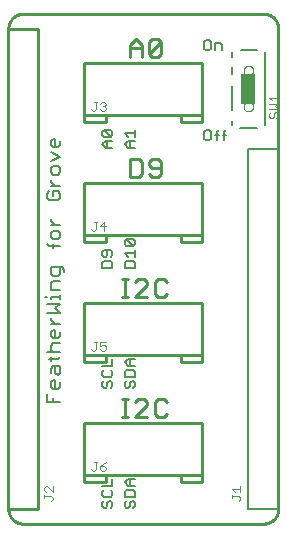
<source format=gto>
G75*
%MOIN*%
%OFA0B0*%
%FSLAX25Y25*%
%IPPOS*%
%LPD*%
%AMOC8*
5,1,8,0,0,1.08239X$1,22.5*
%
%ADD10C,0.01100*%
%ADD11C,0.00600*%
%ADD12C,0.00800*%
%ADD13C,0.01000*%
%ADD14C,0.00500*%
%ADD15C,0.00400*%
%ADD16R,0.05000X0.10000*%
%ADD17C,0.00000*%
D10*
X0039550Y0037050D02*
X0041518Y0037050D01*
X0040534Y0037050D02*
X0040534Y0042955D01*
X0039550Y0042955D02*
X0041518Y0042955D01*
X0043847Y0041971D02*
X0044831Y0042955D01*
X0046800Y0042955D01*
X0047784Y0041971D01*
X0047784Y0040987D01*
X0043847Y0037050D01*
X0047784Y0037050D01*
X0050292Y0038034D02*
X0050292Y0041971D01*
X0051277Y0042955D01*
X0053245Y0042955D01*
X0054229Y0041971D01*
X0054229Y0038034D02*
X0053245Y0037050D01*
X0051277Y0037050D01*
X0050292Y0038034D01*
X0051277Y0077050D02*
X0053245Y0077050D01*
X0054229Y0078034D01*
X0054229Y0081971D02*
X0053245Y0082955D01*
X0051277Y0082955D01*
X0050292Y0081971D01*
X0050292Y0078034D01*
X0051277Y0077050D01*
X0047784Y0077050D02*
X0043847Y0077050D01*
X0047784Y0080987D01*
X0047784Y0081971D01*
X0046800Y0082955D01*
X0044831Y0082955D01*
X0043847Y0081971D01*
X0041518Y0082955D02*
X0039550Y0082955D01*
X0040534Y0082955D02*
X0040534Y0077050D01*
X0039550Y0077050D02*
X0041518Y0077050D01*
X0042050Y0117050D02*
X0045003Y0117050D01*
X0045987Y0118034D01*
X0045987Y0121971D01*
X0045003Y0122955D01*
X0042050Y0122955D01*
X0042050Y0117050D01*
X0048495Y0118034D02*
X0049480Y0117050D01*
X0051448Y0117050D01*
X0052432Y0118034D01*
X0052432Y0121971D01*
X0051448Y0122955D01*
X0049480Y0122955D01*
X0048495Y0121971D01*
X0048495Y0120987D01*
X0049480Y0120003D01*
X0052432Y0120003D01*
X0051448Y0157050D02*
X0049480Y0157050D01*
X0048495Y0158034D01*
X0052432Y0161971D01*
X0052432Y0158034D01*
X0051448Y0157050D01*
X0048495Y0158034D02*
X0048495Y0161971D01*
X0049480Y0162955D01*
X0051448Y0162955D01*
X0052432Y0161971D01*
X0045987Y0160987D02*
X0045987Y0157050D01*
X0045987Y0160003D02*
X0042050Y0160003D01*
X0042050Y0160987D02*
X0044018Y0162955D01*
X0045987Y0160987D01*
X0042050Y0160987D02*
X0042050Y0157050D01*
D11*
X0043700Y0132752D02*
X0043700Y0130483D01*
X0043700Y0131617D02*
X0040297Y0131617D01*
X0041431Y0130483D01*
X0041431Y0129069D02*
X0043700Y0129069D01*
X0043700Y0126800D02*
X0041431Y0126800D01*
X0040297Y0127934D01*
X0041431Y0129069D01*
X0041999Y0129069D02*
X0041999Y0126800D01*
X0036200Y0126800D02*
X0033931Y0126800D01*
X0032797Y0127934D01*
X0033931Y0129069D01*
X0036200Y0129069D01*
X0035633Y0130483D02*
X0033364Y0132752D01*
X0035633Y0132752D01*
X0036200Y0132185D01*
X0036200Y0131050D01*
X0035633Y0130483D01*
X0033364Y0130483D01*
X0032797Y0131050D01*
X0032797Y0132185D01*
X0033364Y0132752D01*
X0034499Y0129069D02*
X0034499Y0126800D01*
X0040864Y0096435D02*
X0040297Y0095868D01*
X0040297Y0094733D01*
X0040864Y0094166D01*
X0043133Y0094166D01*
X0040864Y0096435D01*
X0043133Y0096435D01*
X0043700Y0095868D01*
X0043700Y0094733D01*
X0043133Y0094166D01*
X0043700Y0092752D02*
X0043700Y0090483D01*
X0043700Y0091617D02*
X0040297Y0091617D01*
X0041431Y0090483D01*
X0040864Y0089069D02*
X0040297Y0088501D01*
X0040297Y0086800D01*
X0043700Y0086800D01*
X0043700Y0088501D01*
X0043133Y0089069D01*
X0040864Y0089069D01*
X0036200Y0088501D02*
X0036200Y0086800D01*
X0032797Y0086800D01*
X0032797Y0088501D01*
X0033364Y0089069D01*
X0035633Y0089069D01*
X0036200Y0088501D01*
X0035633Y0090483D02*
X0036200Y0091050D01*
X0036200Y0092185D01*
X0035633Y0092752D01*
X0033364Y0092752D01*
X0032797Y0092185D01*
X0032797Y0091050D01*
X0033364Y0090483D01*
X0033931Y0090483D01*
X0034499Y0091050D01*
X0034499Y0092752D01*
X0036200Y0056435D02*
X0036200Y0054166D01*
X0032797Y0054166D01*
X0033364Y0052752D02*
X0032797Y0052185D01*
X0032797Y0051050D01*
X0033364Y0050483D01*
X0035633Y0050483D01*
X0036200Y0051050D01*
X0036200Y0052185D01*
X0035633Y0052752D01*
X0035633Y0049069D02*
X0036200Y0048501D01*
X0036200Y0047367D01*
X0035633Y0046800D01*
X0034499Y0047367D02*
X0034499Y0048501D01*
X0035066Y0049069D01*
X0035633Y0049069D01*
X0034499Y0047367D02*
X0033931Y0046800D01*
X0033364Y0046800D01*
X0032797Y0047367D01*
X0032797Y0048501D01*
X0033364Y0049069D01*
X0040297Y0048501D02*
X0040297Y0047367D01*
X0040864Y0046800D01*
X0041431Y0046800D01*
X0041999Y0047367D01*
X0041999Y0048501D01*
X0042566Y0049069D01*
X0043133Y0049069D01*
X0043700Y0048501D01*
X0043700Y0047367D01*
X0043133Y0046800D01*
X0040864Y0049069D02*
X0040297Y0048501D01*
X0040297Y0050483D02*
X0040297Y0052185D01*
X0040864Y0052752D01*
X0043133Y0052752D01*
X0043700Y0052185D01*
X0043700Y0050483D01*
X0040297Y0050483D01*
X0041431Y0054166D02*
X0040297Y0055301D01*
X0041431Y0056435D01*
X0043700Y0056435D01*
X0043700Y0054166D02*
X0041431Y0054166D01*
X0041999Y0054166D02*
X0041999Y0056435D01*
X0041999Y0016435D02*
X0041999Y0014166D01*
X0041431Y0014166D02*
X0040297Y0015301D01*
X0041431Y0016435D01*
X0043700Y0016435D01*
X0043700Y0014166D02*
X0041431Y0014166D01*
X0040864Y0012752D02*
X0040297Y0012185D01*
X0040297Y0010483D01*
X0043700Y0010483D01*
X0043700Y0012185D01*
X0043133Y0012752D01*
X0040864Y0012752D01*
X0040864Y0009069D02*
X0040297Y0008501D01*
X0040297Y0007367D01*
X0040864Y0006800D01*
X0041431Y0006800D01*
X0041999Y0007367D01*
X0041999Y0008501D01*
X0042566Y0009069D01*
X0043133Y0009069D01*
X0043700Y0008501D01*
X0043700Y0007367D01*
X0043133Y0006800D01*
X0036200Y0007367D02*
X0035633Y0006800D01*
X0036200Y0007367D02*
X0036200Y0008501D01*
X0035633Y0009069D01*
X0035066Y0009069D01*
X0034499Y0008501D01*
X0034499Y0007367D01*
X0033931Y0006800D01*
X0033364Y0006800D01*
X0032797Y0007367D01*
X0032797Y0008501D01*
X0033364Y0009069D01*
X0033364Y0010483D02*
X0032797Y0011050D01*
X0032797Y0012185D01*
X0033364Y0012752D01*
X0032797Y0014166D02*
X0036200Y0014166D01*
X0036200Y0016435D01*
X0035633Y0012752D02*
X0036200Y0012185D01*
X0036200Y0011050D01*
X0035633Y0010483D01*
X0033364Y0010483D01*
X0067367Y0129300D02*
X0068501Y0129300D01*
X0069069Y0129867D01*
X0069069Y0132136D01*
X0068501Y0132703D01*
X0067367Y0132703D01*
X0066800Y0132136D01*
X0066800Y0129867D01*
X0067367Y0129300D01*
X0070483Y0131001D02*
X0071617Y0131001D01*
X0071050Y0132136D02*
X0071050Y0129300D01*
X0073506Y0129300D02*
X0073506Y0132136D01*
X0074073Y0132703D01*
X0074073Y0131001D02*
X0072939Y0131001D01*
X0071617Y0132703D02*
X0071050Y0132136D01*
X0070483Y0159300D02*
X0070483Y0161569D01*
X0072185Y0161569D01*
X0072752Y0161001D01*
X0072752Y0159300D01*
X0069069Y0159867D02*
X0069069Y0162136D01*
X0068501Y0162703D01*
X0067367Y0162703D01*
X0066800Y0162136D01*
X0066800Y0159867D01*
X0067367Y0159300D01*
X0068501Y0159300D01*
X0069069Y0159867D01*
D12*
X0019301Y0086905D02*
X0020001Y0086204D01*
X0020001Y0085504D01*
X0019301Y0086905D02*
X0015798Y0086905D01*
X0015798Y0084803D01*
X0016498Y0084103D01*
X0017899Y0084103D01*
X0018600Y0084803D01*
X0018600Y0086905D01*
X0018600Y0082301D02*
X0016498Y0082301D01*
X0015798Y0081601D01*
X0015798Y0079499D01*
X0018600Y0079499D01*
X0018600Y0077831D02*
X0018600Y0076429D01*
X0018600Y0077130D02*
X0015798Y0077130D01*
X0015798Y0076429D01*
X0014396Y0077130D02*
X0013696Y0077130D01*
X0014396Y0074628D02*
X0018600Y0074628D01*
X0017199Y0073227D01*
X0018600Y0071826D01*
X0014396Y0071826D01*
X0015798Y0070091D02*
X0015798Y0069390D01*
X0017199Y0067989D01*
X0018600Y0067989D02*
X0015798Y0067989D01*
X0016498Y0066187D02*
X0017199Y0066187D01*
X0017199Y0063385D01*
X0017899Y0063385D02*
X0016498Y0063385D01*
X0015798Y0064086D01*
X0015798Y0065487D01*
X0016498Y0066187D01*
X0018600Y0065487D02*
X0018600Y0064086D01*
X0017899Y0063385D01*
X0018600Y0061583D02*
X0016498Y0061583D01*
X0015798Y0060883D01*
X0015798Y0059482D01*
X0016498Y0058781D01*
X0015798Y0057113D02*
X0015798Y0055712D01*
X0015097Y0056412D02*
X0017899Y0056412D01*
X0018600Y0057113D01*
X0018600Y0058781D02*
X0014396Y0058781D01*
X0016498Y0053910D02*
X0018600Y0053910D01*
X0018600Y0051808D01*
X0017899Y0051108D01*
X0017199Y0051808D01*
X0017199Y0053910D01*
X0016498Y0053910D02*
X0015798Y0053210D01*
X0015798Y0051808D01*
X0016498Y0049306D02*
X0015798Y0048606D01*
X0015798Y0047205D01*
X0016498Y0046504D01*
X0017899Y0046504D01*
X0018600Y0047205D01*
X0018600Y0048606D01*
X0017199Y0049306D02*
X0017199Y0046504D01*
X0016498Y0043301D02*
X0016498Y0041900D01*
X0014396Y0041900D02*
X0014396Y0044702D01*
X0014396Y0041900D02*
X0018600Y0041900D01*
X0017199Y0049306D02*
X0016498Y0049306D01*
X0009000Y0006500D02*
X0004000Y0006500D01*
X0016498Y0093310D02*
X0016498Y0094712D01*
X0016498Y0096380D02*
X0017899Y0096380D01*
X0018600Y0097080D01*
X0018600Y0098482D01*
X0017899Y0099182D01*
X0016498Y0099182D01*
X0015798Y0098482D01*
X0015798Y0097080D01*
X0016498Y0096380D01*
X0014396Y0094712D02*
X0015097Y0094011D01*
X0018600Y0094011D01*
X0018600Y0100984D02*
X0015798Y0100984D01*
X0017199Y0100984D02*
X0015798Y0102385D01*
X0015798Y0103085D01*
X0015097Y0109424D02*
X0017899Y0109424D01*
X0018600Y0110125D01*
X0018600Y0111526D01*
X0017899Y0112227D01*
X0016498Y0112227D01*
X0016498Y0110825D01*
X0015798Y0114028D02*
X0018600Y0114028D01*
X0017199Y0114028D02*
X0015798Y0115429D01*
X0015798Y0116130D01*
X0016498Y0117865D02*
X0015798Y0118565D01*
X0015798Y0119967D01*
X0016498Y0120667D01*
X0017899Y0120667D01*
X0018600Y0119967D01*
X0018600Y0118565D01*
X0017899Y0117865D01*
X0016498Y0117865D01*
X0015798Y0122469D02*
X0018600Y0123870D01*
X0015798Y0125271D01*
X0016498Y0127073D02*
X0015798Y0127773D01*
X0015798Y0129174D01*
X0016498Y0129875D01*
X0017199Y0129875D01*
X0017199Y0127073D01*
X0017899Y0127073D02*
X0016498Y0127073D01*
X0017899Y0127073D02*
X0018600Y0127773D01*
X0018600Y0129174D01*
X0015097Y0112227D02*
X0014396Y0111526D01*
X0014396Y0110125D01*
X0015097Y0109424D01*
X0009000Y0166500D02*
X0004000Y0166500D01*
D13*
X0001500Y0166500D02*
X0001500Y0006500D01*
X0011500Y0006500D01*
X0011500Y0166500D01*
X0001500Y0166500D01*
X0001500Y0006500D01*
X0001502Y0006360D01*
X0001508Y0006220D01*
X0001518Y0006080D01*
X0001531Y0005940D01*
X0001549Y0005801D01*
X0001571Y0005662D01*
X0001596Y0005525D01*
X0001625Y0005387D01*
X0001658Y0005251D01*
X0001695Y0005116D01*
X0001736Y0004982D01*
X0001781Y0004849D01*
X0001829Y0004717D01*
X0001881Y0004587D01*
X0001936Y0004458D01*
X0001995Y0004331D01*
X0002058Y0004205D01*
X0002124Y0004081D01*
X0002193Y0003960D01*
X0002266Y0003840D01*
X0002343Y0003722D01*
X0002422Y0003607D01*
X0002505Y0003493D01*
X0002591Y0003383D01*
X0002680Y0003274D01*
X0002772Y0003168D01*
X0002867Y0003065D01*
X0002964Y0002964D01*
X0003065Y0002867D01*
X0003168Y0002772D01*
X0003274Y0002680D01*
X0003383Y0002591D01*
X0003493Y0002505D01*
X0003607Y0002422D01*
X0003722Y0002343D01*
X0003840Y0002266D01*
X0003960Y0002193D01*
X0004081Y0002124D01*
X0004205Y0002058D01*
X0004331Y0001995D01*
X0004458Y0001936D01*
X0004587Y0001881D01*
X0004717Y0001829D01*
X0004849Y0001781D01*
X0004982Y0001736D01*
X0005116Y0001695D01*
X0005251Y0001658D01*
X0005387Y0001625D01*
X0005525Y0001596D01*
X0005662Y0001571D01*
X0005801Y0001549D01*
X0005940Y0001531D01*
X0006080Y0001518D01*
X0006220Y0001508D01*
X0006360Y0001502D01*
X0006500Y0001500D01*
X0086500Y0001500D01*
X0086640Y0001502D01*
X0086780Y0001508D01*
X0086920Y0001518D01*
X0087060Y0001531D01*
X0087199Y0001549D01*
X0087338Y0001571D01*
X0087475Y0001596D01*
X0087613Y0001625D01*
X0087749Y0001658D01*
X0087884Y0001695D01*
X0088018Y0001736D01*
X0088151Y0001781D01*
X0088283Y0001829D01*
X0088413Y0001881D01*
X0088542Y0001936D01*
X0088669Y0001995D01*
X0088795Y0002058D01*
X0088919Y0002124D01*
X0089040Y0002193D01*
X0089160Y0002266D01*
X0089278Y0002343D01*
X0089393Y0002422D01*
X0089507Y0002505D01*
X0089617Y0002591D01*
X0089726Y0002680D01*
X0089832Y0002772D01*
X0089935Y0002867D01*
X0090036Y0002964D01*
X0090133Y0003065D01*
X0090228Y0003168D01*
X0090320Y0003274D01*
X0090409Y0003383D01*
X0090495Y0003493D01*
X0090578Y0003607D01*
X0090657Y0003722D01*
X0090734Y0003840D01*
X0090807Y0003960D01*
X0090876Y0004081D01*
X0090942Y0004205D01*
X0091005Y0004331D01*
X0091064Y0004458D01*
X0091119Y0004587D01*
X0091171Y0004717D01*
X0091219Y0004849D01*
X0091264Y0004982D01*
X0091305Y0005116D01*
X0091342Y0005251D01*
X0091375Y0005387D01*
X0091404Y0005525D01*
X0091429Y0005662D01*
X0091451Y0005801D01*
X0091469Y0005940D01*
X0091482Y0006080D01*
X0091492Y0006220D01*
X0091498Y0006360D01*
X0091500Y0006500D01*
X0091500Y0166500D01*
X0091498Y0166640D01*
X0091492Y0166780D01*
X0091482Y0166920D01*
X0091469Y0167060D01*
X0091451Y0167199D01*
X0091429Y0167338D01*
X0091404Y0167475D01*
X0091375Y0167613D01*
X0091342Y0167749D01*
X0091305Y0167884D01*
X0091264Y0168018D01*
X0091219Y0168151D01*
X0091171Y0168283D01*
X0091119Y0168413D01*
X0091064Y0168542D01*
X0091005Y0168669D01*
X0090942Y0168795D01*
X0090876Y0168919D01*
X0090807Y0169040D01*
X0090734Y0169160D01*
X0090657Y0169278D01*
X0090578Y0169393D01*
X0090495Y0169507D01*
X0090409Y0169617D01*
X0090320Y0169726D01*
X0090228Y0169832D01*
X0090133Y0169935D01*
X0090036Y0170036D01*
X0089935Y0170133D01*
X0089832Y0170228D01*
X0089726Y0170320D01*
X0089617Y0170409D01*
X0089507Y0170495D01*
X0089393Y0170578D01*
X0089278Y0170657D01*
X0089160Y0170734D01*
X0089040Y0170807D01*
X0088919Y0170876D01*
X0088795Y0170942D01*
X0088669Y0171005D01*
X0088542Y0171064D01*
X0088413Y0171119D01*
X0088283Y0171171D01*
X0088151Y0171219D01*
X0088018Y0171264D01*
X0087884Y0171305D01*
X0087749Y0171342D01*
X0087613Y0171375D01*
X0087475Y0171404D01*
X0087338Y0171429D01*
X0087199Y0171451D01*
X0087060Y0171469D01*
X0086920Y0171482D01*
X0086780Y0171492D01*
X0086640Y0171498D01*
X0086500Y0171500D01*
X0006500Y0171500D01*
X0006360Y0171498D01*
X0006220Y0171492D01*
X0006080Y0171482D01*
X0005940Y0171469D01*
X0005801Y0171451D01*
X0005662Y0171429D01*
X0005525Y0171404D01*
X0005387Y0171375D01*
X0005251Y0171342D01*
X0005116Y0171305D01*
X0004982Y0171264D01*
X0004849Y0171219D01*
X0004717Y0171171D01*
X0004587Y0171119D01*
X0004458Y0171064D01*
X0004331Y0171005D01*
X0004205Y0170942D01*
X0004081Y0170876D01*
X0003960Y0170807D01*
X0003840Y0170734D01*
X0003722Y0170657D01*
X0003607Y0170578D01*
X0003493Y0170495D01*
X0003383Y0170409D01*
X0003274Y0170320D01*
X0003168Y0170228D01*
X0003065Y0170133D01*
X0002964Y0170036D01*
X0002867Y0169935D01*
X0002772Y0169832D01*
X0002680Y0169726D01*
X0002591Y0169617D01*
X0002505Y0169507D01*
X0002422Y0169393D01*
X0002343Y0169278D01*
X0002266Y0169160D01*
X0002193Y0169040D01*
X0002124Y0168919D01*
X0002058Y0168795D01*
X0001995Y0168669D01*
X0001936Y0168542D01*
X0001881Y0168413D01*
X0001829Y0168283D01*
X0001781Y0168151D01*
X0001736Y0168018D01*
X0001695Y0167884D01*
X0001658Y0167749D01*
X0001625Y0167613D01*
X0001596Y0167475D01*
X0001571Y0167338D01*
X0001549Y0167199D01*
X0001531Y0167060D01*
X0001518Y0166920D01*
X0001508Y0166780D01*
X0001502Y0166640D01*
X0001500Y0166500D01*
X0026815Y0155161D02*
X0026815Y0137839D01*
X0026815Y0135476D01*
X0033902Y0135476D01*
X0033902Y0137839D01*
X0059098Y0137839D01*
X0059098Y0135476D01*
X0066185Y0135476D01*
X0066185Y0137839D01*
X0066185Y0155161D01*
X0026815Y0155161D01*
X0026815Y0137839D02*
X0033902Y0137839D01*
X0026815Y0115161D02*
X0066185Y0115161D01*
X0066185Y0097839D01*
X0066185Y0095476D01*
X0059098Y0095476D01*
X0059098Y0097839D01*
X0033902Y0097839D01*
X0033902Y0095476D01*
X0026815Y0095476D01*
X0026815Y0097839D01*
X0033902Y0097839D01*
X0026815Y0097839D02*
X0026815Y0115161D01*
X0026815Y0075161D02*
X0066185Y0075161D01*
X0066185Y0057839D01*
X0066185Y0055476D01*
X0059098Y0055476D01*
X0059098Y0057839D01*
X0033902Y0057839D01*
X0033902Y0055476D01*
X0026815Y0055476D01*
X0026815Y0057839D01*
X0033902Y0057839D01*
X0026815Y0057839D02*
X0026815Y0075161D01*
X0026815Y0035161D02*
X0066185Y0035161D01*
X0066185Y0017839D01*
X0066185Y0015476D01*
X0059098Y0015476D01*
X0059098Y0017839D01*
X0033902Y0017839D01*
X0033902Y0015476D01*
X0026815Y0015476D01*
X0026815Y0017839D01*
X0033902Y0017839D01*
X0026815Y0017839D02*
X0026815Y0035161D01*
X0059098Y0017839D02*
X0066185Y0017839D01*
X0066185Y0020594D02*
X0066185Y0032406D01*
X0066185Y0057839D02*
X0059098Y0057839D01*
X0066185Y0060594D02*
X0066185Y0072406D01*
X0066185Y0097839D02*
X0059098Y0097839D01*
X0066185Y0100594D02*
X0066185Y0112406D01*
X0066185Y0137839D02*
X0059098Y0137839D01*
X0066185Y0140594D02*
X0066185Y0152406D01*
D14*
X0075988Y0153587D02*
X0075988Y0151224D01*
X0075988Y0147287D02*
X0075988Y0139413D01*
X0075988Y0135870D02*
X0075988Y0134295D01*
X0078744Y0133508D02*
X0084256Y0133508D01*
X0087000Y0134295D02*
X0087000Y0158705D01*
X0084256Y0159492D02*
X0079138Y0159492D01*
X0075988Y0158705D02*
X0075988Y0157130D01*
X0081500Y0126500D02*
X0081500Y0006500D01*
X0091500Y0006500D01*
X0091500Y0126500D01*
X0081500Y0126500D01*
X0026815Y0110437D02*
X0026815Y0102563D01*
X0026815Y0070437D02*
X0026815Y0062563D01*
X0026815Y0030437D02*
X0026815Y0022563D01*
X0026815Y0142563D02*
X0026815Y0150437D01*
D15*
X0030134Y0142002D02*
X0031068Y0142002D01*
X0030601Y0142002D02*
X0030601Y0139667D01*
X0030134Y0139200D01*
X0029667Y0139200D01*
X0029200Y0139667D01*
X0032147Y0139667D02*
X0032614Y0139200D01*
X0033548Y0139200D01*
X0034015Y0139667D01*
X0034015Y0140134D01*
X0033548Y0140601D01*
X0033081Y0140601D01*
X0033548Y0140601D02*
X0034015Y0141068D01*
X0034015Y0141535D01*
X0033548Y0142002D01*
X0032614Y0142002D01*
X0032147Y0141535D01*
X0031068Y0102002D02*
X0030134Y0102002D01*
X0030601Y0102002D02*
X0030601Y0099667D01*
X0030134Y0099200D01*
X0029667Y0099200D01*
X0029200Y0099667D01*
X0032147Y0100601D02*
X0034015Y0100601D01*
X0033548Y0099200D02*
X0033548Y0102002D01*
X0032147Y0100601D01*
X0032147Y0062002D02*
X0032147Y0060601D01*
X0033081Y0061068D01*
X0033548Y0061068D01*
X0034015Y0060601D01*
X0034015Y0059667D01*
X0033548Y0059200D01*
X0032614Y0059200D01*
X0032147Y0059667D01*
X0032147Y0062002D02*
X0034015Y0062002D01*
X0031068Y0062002D02*
X0030134Y0062002D01*
X0030601Y0062002D02*
X0030601Y0059667D01*
X0030134Y0059200D01*
X0029667Y0059200D01*
X0029200Y0059667D01*
X0030134Y0022002D02*
X0031068Y0022002D01*
X0030601Y0022002D02*
X0030601Y0019667D01*
X0030134Y0019200D01*
X0029667Y0019200D01*
X0029200Y0019667D01*
X0032147Y0019667D02*
X0032614Y0019200D01*
X0033548Y0019200D01*
X0034015Y0019667D01*
X0034015Y0020134D01*
X0033548Y0020601D01*
X0032147Y0020601D01*
X0032147Y0019667D01*
X0032147Y0020601D02*
X0033081Y0021535D01*
X0034015Y0022002D01*
X0016300Y0014015D02*
X0016300Y0012147D01*
X0014432Y0014015D01*
X0013965Y0014015D01*
X0013498Y0013548D01*
X0013498Y0012614D01*
X0013965Y0012147D01*
X0013498Y0011068D02*
X0013498Y0010134D01*
X0013498Y0010601D02*
X0015833Y0010601D01*
X0016300Y0010134D01*
X0016300Y0009667D01*
X0015833Y0009200D01*
X0075998Y0010134D02*
X0075998Y0011068D01*
X0075998Y0010601D02*
X0078333Y0010601D01*
X0078800Y0010134D01*
X0078800Y0009667D01*
X0078333Y0009200D01*
X0078800Y0012147D02*
X0078800Y0014015D01*
X0078800Y0013081D02*
X0075998Y0013081D01*
X0076932Y0012147D01*
X0088965Y0136700D02*
X0088498Y0137167D01*
X0088498Y0138101D01*
X0088965Y0138568D01*
X0089899Y0138101D02*
X0090366Y0138568D01*
X0090833Y0138568D01*
X0091300Y0138101D01*
X0091300Y0137167D01*
X0090833Y0136700D01*
X0089899Y0137167D02*
X0089899Y0138101D01*
X0089899Y0137167D02*
X0089432Y0136700D01*
X0088965Y0136700D01*
X0088498Y0139647D02*
X0091300Y0139647D01*
X0090366Y0140581D01*
X0091300Y0141515D01*
X0088498Y0141515D01*
X0089432Y0142593D02*
X0088498Y0143527D01*
X0091300Y0143527D01*
X0091300Y0142593D02*
X0091300Y0144461D01*
D16*
X0081500Y0146500D03*
D17*
X0079900Y0140500D02*
X0079902Y0140580D01*
X0079908Y0140659D01*
X0079918Y0140738D01*
X0079932Y0140817D01*
X0079949Y0140895D01*
X0079971Y0140972D01*
X0079996Y0141047D01*
X0080026Y0141121D01*
X0080058Y0141194D01*
X0080095Y0141265D01*
X0080135Y0141334D01*
X0080178Y0141401D01*
X0080225Y0141466D01*
X0080274Y0141528D01*
X0080327Y0141588D01*
X0080383Y0141645D01*
X0080441Y0141700D01*
X0080502Y0141751D01*
X0080566Y0141799D01*
X0080632Y0141844D01*
X0080700Y0141886D01*
X0080770Y0141924D01*
X0080842Y0141958D01*
X0080915Y0141989D01*
X0080990Y0142017D01*
X0081067Y0142040D01*
X0081144Y0142060D01*
X0081222Y0142076D01*
X0081301Y0142088D01*
X0081380Y0142096D01*
X0081460Y0142100D01*
X0081540Y0142100D01*
X0081620Y0142096D01*
X0081699Y0142088D01*
X0081778Y0142076D01*
X0081856Y0142060D01*
X0081933Y0142040D01*
X0082010Y0142017D01*
X0082085Y0141989D01*
X0082158Y0141958D01*
X0082230Y0141924D01*
X0082300Y0141886D01*
X0082368Y0141844D01*
X0082434Y0141799D01*
X0082498Y0141751D01*
X0082559Y0141700D01*
X0082617Y0141645D01*
X0082673Y0141588D01*
X0082726Y0141528D01*
X0082775Y0141466D01*
X0082822Y0141401D01*
X0082865Y0141334D01*
X0082905Y0141265D01*
X0082942Y0141194D01*
X0082974Y0141121D01*
X0083004Y0141047D01*
X0083029Y0140972D01*
X0083051Y0140895D01*
X0083068Y0140817D01*
X0083082Y0140738D01*
X0083092Y0140659D01*
X0083098Y0140580D01*
X0083100Y0140500D01*
X0083098Y0140420D01*
X0083092Y0140341D01*
X0083082Y0140262D01*
X0083068Y0140183D01*
X0083051Y0140105D01*
X0083029Y0140028D01*
X0083004Y0139953D01*
X0082974Y0139879D01*
X0082942Y0139806D01*
X0082905Y0139735D01*
X0082865Y0139666D01*
X0082822Y0139599D01*
X0082775Y0139534D01*
X0082726Y0139472D01*
X0082673Y0139412D01*
X0082617Y0139355D01*
X0082559Y0139300D01*
X0082498Y0139249D01*
X0082434Y0139201D01*
X0082368Y0139156D01*
X0082300Y0139114D01*
X0082230Y0139076D01*
X0082158Y0139042D01*
X0082085Y0139011D01*
X0082010Y0138983D01*
X0081933Y0138960D01*
X0081856Y0138940D01*
X0081778Y0138924D01*
X0081699Y0138912D01*
X0081620Y0138904D01*
X0081540Y0138900D01*
X0081460Y0138900D01*
X0081380Y0138904D01*
X0081301Y0138912D01*
X0081222Y0138924D01*
X0081144Y0138940D01*
X0081067Y0138960D01*
X0080990Y0138983D01*
X0080915Y0139011D01*
X0080842Y0139042D01*
X0080770Y0139076D01*
X0080700Y0139114D01*
X0080632Y0139156D01*
X0080566Y0139201D01*
X0080502Y0139249D01*
X0080441Y0139300D01*
X0080383Y0139355D01*
X0080327Y0139412D01*
X0080274Y0139472D01*
X0080225Y0139534D01*
X0080178Y0139599D01*
X0080135Y0139666D01*
X0080095Y0139735D01*
X0080058Y0139806D01*
X0080026Y0139879D01*
X0079996Y0139953D01*
X0079971Y0140028D01*
X0079949Y0140105D01*
X0079932Y0140183D01*
X0079918Y0140262D01*
X0079908Y0140341D01*
X0079902Y0140420D01*
X0079900Y0140500D01*
X0079900Y0152500D02*
X0079902Y0152580D01*
X0079908Y0152659D01*
X0079918Y0152738D01*
X0079932Y0152817D01*
X0079949Y0152895D01*
X0079971Y0152972D01*
X0079996Y0153047D01*
X0080026Y0153121D01*
X0080058Y0153194D01*
X0080095Y0153265D01*
X0080135Y0153334D01*
X0080178Y0153401D01*
X0080225Y0153466D01*
X0080274Y0153528D01*
X0080327Y0153588D01*
X0080383Y0153645D01*
X0080441Y0153700D01*
X0080502Y0153751D01*
X0080566Y0153799D01*
X0080632Y0153844D01*
X0080700Y0153886D01*
X0080770Y0153924D01*
X0080842Y0153958D01*
X0080915Y0153989D01*
X0080990Y0154017D01*
X0081067Y0154040D01*
X0081144Y0154060D01*
X0081222Y0154076D01*
X0081301Y0154088D01*
X0081380Y0154096D01*
X0081460Y0154100D01*
X0081540Y0154100D01*
X0081620Y0154096D01*
X0081699Y0154088D01*
X0081778Y0154076D01*
X0081856Y0154060D01*
X0081933Y0154040D01*
X0082010Y0154017D01*
X0082085Y0153989D01*
X0082158Y0153958D01*
X0082230Y0153924D01*
X0082300Y0153886D01*
X0082368Y0153844D01*
X0082434Y0153799D01*
X0082498Y0153751D01*
X0082559Y0153700D01*
X0082617Y0153645D01*
X0082673Y0153588D01*
X0082726Y0153528D01*
X0082775Y0153466D01*
X0082822Y0153401D01*
X0082865Y0153334D01*
X0082905Y0153265D01*
X0082942Y0153194D01*
X0082974Y0153121D01*
X0083004Y0153047D01*
X0083029Y0152972D01*
X0083051Y0152895D01*
X0083068Y0152817D01*
X0083082Y0152738D01*
X0083092Y0152659D01*
X0083098Y0152580D01*
X0083100Y0152500D01*
X0083098Y0152420D01*
X0083092Y0152341D01*
X0083082Y0152262D01*
X0083068Y0152183D01*
X0083051Y0152105D01*
X0083029Y0152028D01*
X0083004Y0151953D01*
X0082974Y0151879D01*
X0082942Y0151806D01*
X0082905Y0151735D01*
X0082865Y0151666D01*
X0082822Y0151599D01*
X0082775Y0151534D01*
X0082726Y0151472D01*
X0082673Y0151412D01*
X0082617Y0151355D01*
X0082559Y0151300D01*
X0082498Y0151249D01*
X0082434Y0151201D01*
X0082368Y0151156D01*
X0082300Y0151114D01*
X0082230Y0151076D01*
X0082158Y0151042D01*
X0082085Y0151011D01*
X0082010Y0150983D01*
X0081933Y0150960D01*
X0081856Y0150940D01*
X0081778Y0150924D01*
X0081699Y0150912D01*
X0081620Y0150904D01*
X0081540Y0150900D01*
X0081460Y0150900D01*
X0081380Y0150904D01*
X0081301Y0150912D01*
X0081222Y0150924D01*
X0081144Y0150940D01*
X0081067Y0150960D01*
X0080990Y0150983D01*
X0080915Y0151011D01*
X0080842Y0151042D01*
X0080770Y0151076D01*
X0080700Y0151114D01*
X0080632Y0151156D01*
X0080566Y0151201D01*
X0080502Y0151249D01*
X0080441Y0151300D01*
X0080383Y0151355D01*
X0080327Y0151412D01*
X0080274Y0151472D01*
X0080225Y0151534D01*
X0080178Y0151599D01*
X0080135Y0151666D01*
X0080095Y0151735D01*
X0080058Y0151806D01*
X0080026Y0151879D01*
X0079996Y0151953D01*
X0079971Y0152028D01*
X0079949Y0152105D01*
X0079932Y0152183D01*
X0079918Y0152262D01*
X0079908Y0152341D01*
X0079902Y0152420D01*
X0079900Y0152500D01*
M02*

</source>
